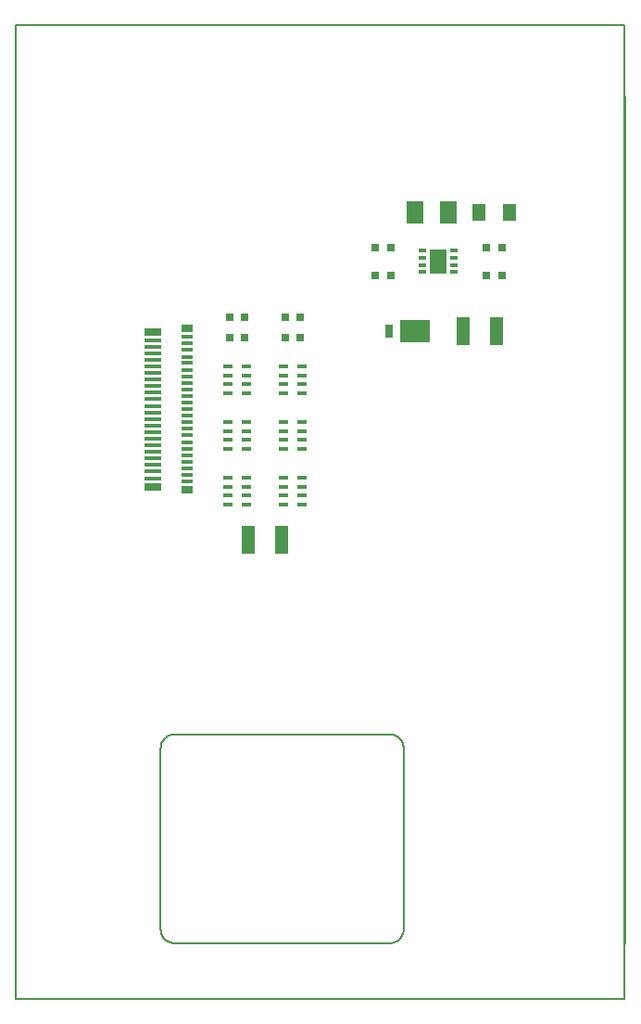
<source format=gbr>
%FSTAX23Y23*%
%MOIN*%
%SFA1B1*%

%IPPOS*%
%ADD11C,0.005000*%
%ADD20R,0.030000X0.030000*%
%ADD21R,0.035000X0.016000*%
%ADD22R,0.043000X0.026000*%
%ADD23R,0.061000X0.026000*%
%ADD24R,0.043000X0.012000*%
%ADD25R,0.061000X0.012000*%
%ADD26R,0.105000X0.079000*%
%ADD27R,0.030000X0.050000*%
%ADD28R,0.059000X0.079000*%
%ADD29R,0.059000X0.079000*%
%ADD30R,0.050000X0.100000*%
%ADD31R,0.028000X0.012000*%
%ADD32R,0.059000X0.091000*%
%ADD33R,0.050000X0.060000*%
%LNmb785a-1*%
%LPD*%
G54D11*
X-03851Y-00852D02*
D01*
X-03851Y-00848*
X-03851Y-00845*
X-03852Y-00841*
X-03852Y-00838*
X-03854Y-00834*
X-03855Y-00831*
X-03856Y-00828*
X-03858Y-00825*
X-0386Y-00822*
X-03862Y-00819*
X-03865Y-00817*
X-03867Y-00814*
X-0387Y-00812*
X-03873Y-0081*
X-03876Y-00808*
X-03879Y-00807*
X-03882Y-00805*
X-03885Y-00804*
X-03888Y-00803*
X-03892Y-00802*
X-03895Y-00802*
X-03899Y-00802*
X-03901Y-00802*
Y-01552D02*
D01*
X-03897Y-01551*
X-03894Y-01551*
X-0389Y-0155*
X-03887Y-0155*
X-03883Y-01548*
X-0388Y-01547*
X-03877Y-01546*
X-03874Y-01544*
X-03871Y-01542*
X-03868Y-0154*
X-03866Y-01537*
X-03863Y-01535*
X-03861Y-01532*
X-03859Y-01529*
X-03857Y-01527*
X-03856Y-01523*
X-03854Y-0152*
X-03853Y-01517*
X-03852Y-01514*
X-03851Y-0151*
X-03851Y-01507*
X-03851Y-01503*
X-03851Y-01502*
X-04676Y-00802D02*
D01*
X-04679Y-00802*
X-04682Y-00802*
X-04686Y-00803*
X-04689Y-00803*
X-04693Y-00805*
X-04696Y-00806*
X-04699Y-00807*
X-04702Y-00809*
X-04705Y-00811*
X-04708Y-00813*
X-0471Y-00816*
X-04713Y-00818*
X-04715Y-00821*
X-04717Y-00824*
X-04719Y-00827*
X-0472Y-0083*
X-04722Y-00833*
X-04723Y-00836*
X-04724Y-00839*
X-04725Y-00843*
X-04725Y-00846*
X-04725Y-0085*
X-04726Y-00852*
Y-01502D02*
D01*
X-04725Y-01505*
X-04725Y-01508*
X-04724Y-01512*
X-04724Y-01515*
X-04722Y-01519*
X-04721Y-01522*
X-0472Y-01525*
X-04718Y-01528*
X-04716Y-01531*
X-04714Y-01534*
X-04711Y-01536*
X-04709Y-01539*
X-04706Y-01541*
X-04703Y-01543*
X-04701Y-01545*
X-04697Y-01546*
X-04694Y-01548*
X-04691Y-01549*
X-04688Y-0155*
X-04684Y-01551*
X-04681Y-01551*
X-04677Y-01551*
X-04676Y-01552*
X-03056Y-01752D02*
Y01748D01*
X-05246D02*
X-03056D01*
X-03055Y-01552D02*
Y01492D01*
X-03056Y-01752D02*
Y01748D01*
X-05246D02*
X-03056D01*
X-05246Y-01752D02*
X-03056D01*
X-04786D02*
X-03056D01*
Y01553D01*
X-05246Y-01752D02*
Y01748D01*
X-04676Y-01552D02*
X-03901D01*
X-04676Y-00802D02*
X-03901D01*
X-03851Y-01502D02*
Y-00852D01*
X-04726Y-01502D02*
Y-00852D01*
G54D20*
X-03953Y00848D03*
X-03898D03*
X-04423Y00623D03*
X-04478D03*
X-04278Y00698D03*
X-04223D03*
X-03898Y00948D03*
X-03953D03*
X-03498Y00848D03*
X-03553D03*
Y00948D03*
X-03498D03*
X-04478Y00698D03*
X-04423D03*
X-04223Y00623D03*
X-04278D03*
G54D21*
X-04217Y0012D03*
Y00026D03*
Y00089D03*
X-04284Y0012D03*
Y00026D03*
Y00089D03*
Y00057D03*
X-04217D03*
X-04284Y0032D03*
Y00226D03*
Y00289D03*
X-04217Y0032D03*
Y00226D03*
Y00289D03*
Y00257D03*
X-04284D03*
X-04417Y00457D03*
X-04484D03*
Y00489D03*
Y00426D03*
Y0052D03*
X-04417Y00489D03*
Y00426D03*
Y0052D03*
Y00089D03*
X-04484D03*
Y00057D03*
Y0012D03*
Y00026D03*
X-04417Y00057D03*
Y0012D03*
Y00026D03*
Y00289D03*
X-04484D03*
Y00257D03*
Y0032D03*
Y00226D03*
X-04417Y00257D03*
Y0032D03*
Y00226D03*
X-04284Y00457D03*
X-04217D03*
Y00489D03*
Y00426D03*
Y0052D03*
X-04284Y00489D03*
Y00426D03*
Y0052D03*
G54D22*
X-0463Y00077D03*
Y00658D03*
G54D23*
X-04755Y00089D03*
Y00646D03*
G54D24*
X-0463Y00108D03*
Y00131D03*
Y00155D03*
Y00179D03*
Y00202D03*
Y00226D03*
Y00249D03*
Y00273D03*
Y00297D03*
Y0032D03*
Y00344D03*
Y00368D03*
Y00391D03*
Y00415D03*
Y00438D03*
Y00462D03*
Y00486D03*
Y00509D03*
Y00533D03*
Y00556D03*
Y0058D03*
Y00604D03*
Y00627D03*
G54D25*
X-04755Y00119D03*
Y00143D03*
Y00167D03*
Y0019D03*
Y00214D03*
Y00238D03*
Y00261D03*
Y00285D03*
Y00308D03*
Y00332D03*
Y00356D03*
Y00379D03*
Y00403D03*
Y00427D03*
Y0045D03*
Y00474D03*
Y00497D03*
Y00521D03*
Y00545D03*
Y00568D03*
Y00592D03*
Y00616D03*
G54D26*
X-03811Y00648D03*
G54D27*
X-03903Y00648D03*
G54D28*
X-03811Y01073D03*
G54D29*
X-03691Y01073D03*
G54D30*
X-03516Y00648D03*
X-03636D03*
X-04411Y-00102D03*
X-04291D03*
G54D31*
X-03783Y00937D03*
Y00911D03*
Y00885D03*
Y0086D03*
X-03669Y00937D03*
Y00911D03*
Y00885D03*
Y0086D03*
G54D32*
X-03726Y00898D03*
G54D33*
X-03471Y01073D03*
X-03581D03*
M02*
</source>
